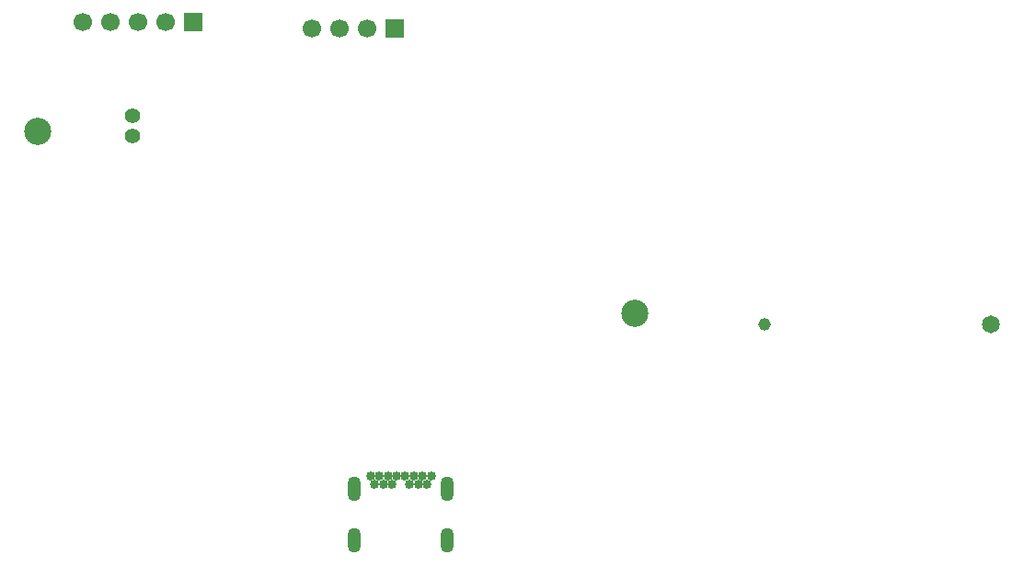
<source format=gbr>
%TF.GenerationSoftware,KiCad,Pcbnew,9.0.2*%
%TF.CreationDate,2025-06-28T16:23:08+05:30*%
%TF.ProjectId,ESP32 PCB,45535033-3220-4504-9342-2e6b69636164,rev?*%
%TF.SameCoordinates,Original*%
%TF.FileFunction,Soldermask,Bot*%
%TF.FilePolarity,Negative*%
%FSLAX46Y46*%
G04 Gerber Fmt 4.6, Leading zero omitted, Abs format (unit mm)*
G04 Created by KiCad (PCBNEW 9.0.2) date 2025-06-28 16:23:08*
%MOMM*%
%LPD*%
G01*
G04 APERTURE LIST*
%ADD10C,0.854000*%
%ADD11O,1.254000X2.304000*%
%ADD12R,1.700000X1.700000*%
%ADD13C,1.700000*%
%ADD14C,2.500000*%
%ADD15C,1.412000*%
%ADD16C,1.150000*%
%ADD17C,1.650000*%
G04 APERTURE END LIST*
D10*
%TO.C,J1*%
X186000000Y-129265000D03*
X185600000Y-129975000D03*
X184800000Y-129975000D03*
X184400000Y-129265000D03*
X184000000Y-129975000D03*
X183600000Y-129265000D03*
X182800000Y-129265000D03*
X182400000Y-129975000D03*
X182000000Y-129265000D03*
X181600000Y-129975000D03*
X180800000Y-129975000D03*
X180400000Y-129265000D03*
X185200000Y-129265000D03*
X181200000Y-129265000D03*
D11*
X178930000Y-130415000D03*
X187470000Y-130415000D03*
X178930000Y-135145000D03*
X187470000Y-135145000D03*
%TD*%
D12*
%TO.C,J4*%
X182630000Y-88000000D03*
D13*
X180090000Y-88000000D03*
X177550000Y-88000000D03*
X175010000Y-88000000D03*
%TD*%
D14*
%TO.C,REF\u002A\u002A*%
X204750000Y-114250000D03*
%TD*%
%TO.C,REF\u002A\u002A*%
X149800000Y-97475000D03*
%TD*%
D12*
%TO.C,J5*%
X164125000Y-87450000D03*
D13*
X161585000Y-87450000D03*
X159045000Y-87450000D03*
X156505000Y-87450000D03*
X153965000Y-87450000D03*
%TD*%
D15*
%TO.C,MK1*%
X158500000Y-96050000D03*
X158500000Y-97950000D03*
%TD*%
D16*
%TO.C,Jx1*%
X216700000Y-115250000D03*
D17*
X237500000Y-115250000D03*
%TD*%
M02*

</source>
